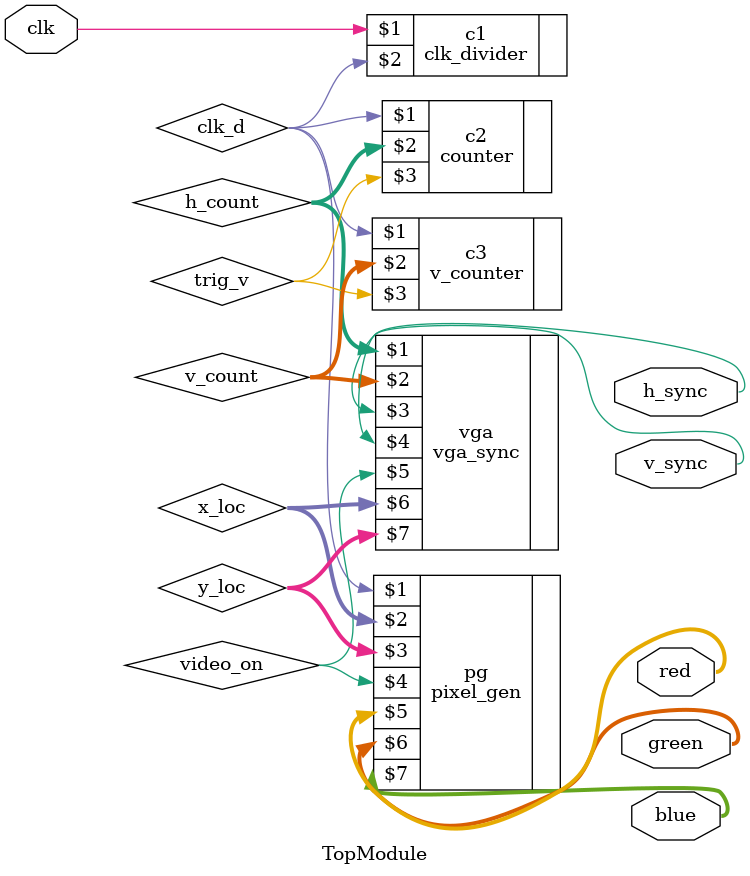
<source format=v>
`timescale 1ns / 1ps

//input [9:0] h_count, [9:0] v_count,
//    output h_sync, v_sync, video_on,
//    output [9:0] x_loc, [9:0] y_loc

//    input clk_d,
//input [9:0] pixel_x,
//input [9:0] pixel_y,
//input video_on,
//output reg [3:0] red=0,
//output reg [3:0] blue=0,
//output reg [3:0] green=0

module TopModule(
    input clk,
    output h_sync,
    output v_sync,
    output [3:0] red,
    output [3:0] green,
    output [3:0] blue
    );
    
    wire clk_d;
    wire trig_v;
    wire [9:0] h_count;
    wire [9:0] v_count;
    wire video_on;
    wire [9:0] x_loc;
    wire [9:0] y_loc;
    
    clk_divider c1(clk,clk_d);
    counter c2(clk_d,h_count,trig_v);
    v_counter c3(clk_d,v_count,trig_v);
    vga_sync vga(h_count, v_count, h_sync, v_sync, video_on, x_loc, y_loc);
    pixel_gen pg(clk_d, x_loc, y_loc, video_on, red, green, blue);
    
endmodule


//module Top(
// input wire CLK, // Onboard clock 100MHz : INPUT Pin W5
// input wire RESET, // Reset button : INPUT Pin U18
// output wire HSYNC, // VGA horizontal sync : OUTPUT Pin P19
// output wire VSYNC, // VGA vertical sync : OUTPUT Pin R19
// output reg [3:0] RED, // 4-bit VGA Red : OUTPUT Pin G19, Pin H19, Pin J19, Pin N19
// output reg [3:0] GREEN, // 4-bit VGA Green : OUTPUT Pin J17, Pin H17, Pin G17, Pin D17
// output reg [3:0] BLUE // 4-bit VGA Blue : OUTPUT Pin N18, Pin L18, Pin K18, Pin J18/ 4-bit VGA Blue : OUTPUT Pin N18, Pin L18, Pin K18, Pin J18
// );
 
// wire rst = RESET; // Setup Reset button
// // instantiate vga640x480 code
// wire [9:0] x; // pixel x position: 10-bit value: 0-1023 : only need 800
// wire [9:0] y; // pixel y position: 10-bit value: 0-1023 : only need 525
// wire active; // high during active pixel drawing
// vga_sync display (.i_clk(CLK),.i_rst(rst),.o_hsync(HSYNC), 
// .o_vsync(VSYNC),.o_x(x),.o_y(y),.o_active(active));
 
// // instantiate BeeSprite code
// wire [1:0] ASpriteOn; // 1=on, 0=off
// wire [7:0] dout; // pixel value from Bee.mem
// aeroplaneSprite aeroplane_display (.i_clk(CLK),.i_rst(rst),.xx(x),.yy(y),.aactive(active),
// .ASpriteOn(ASpriteOn),.dataout(dout));
 
// // load colour palette
// reg [7:0] palette [0:191]; // 8 bit values from the 192 hex entries in the colour palette
// reg [7:0] COL = 0; // background colour palette value
// initial begin
// $readmemh("aeroplane.mem.txt", palette); // load 192 hex values into "palette"
// end
// // draw on the active area of the screen
// always @ (posedge CLK)
// begin
// if (active)
// begin
// if (ASpriteOn==1)
// begin
// RED <= (palette[(dout*3)])>>4; // RED bits(7:4) from colour palette
// GREEN <= (palette[(dout*3)+1])>>4; // GREEN bits(7:4) from colour palette
// BLUE <= (palette[(dout*3)+2])>>4; // BLUE bits(7:4) from colour palette
// end
// else
// begin
// RED <= (palette[(COL*3)])>>4; // RED bits(7:4) from colour palette
// GREEN <= (palette[(COL*3)+1])>>4; // GREEN bits(7:4) from colour palette
// BLUE <= (palette[(COL*3)+2])>>4; // BLUE bits(7:4) from colour palette
// end
// end
// else
// begin
// RED <= 0; // set RED, GREEN & BLUE
// GREEN <= 0; // to "0" when x,y outside of
// BLUE <= 0; // the active display area
// end
// end
//endmodule
</source>
